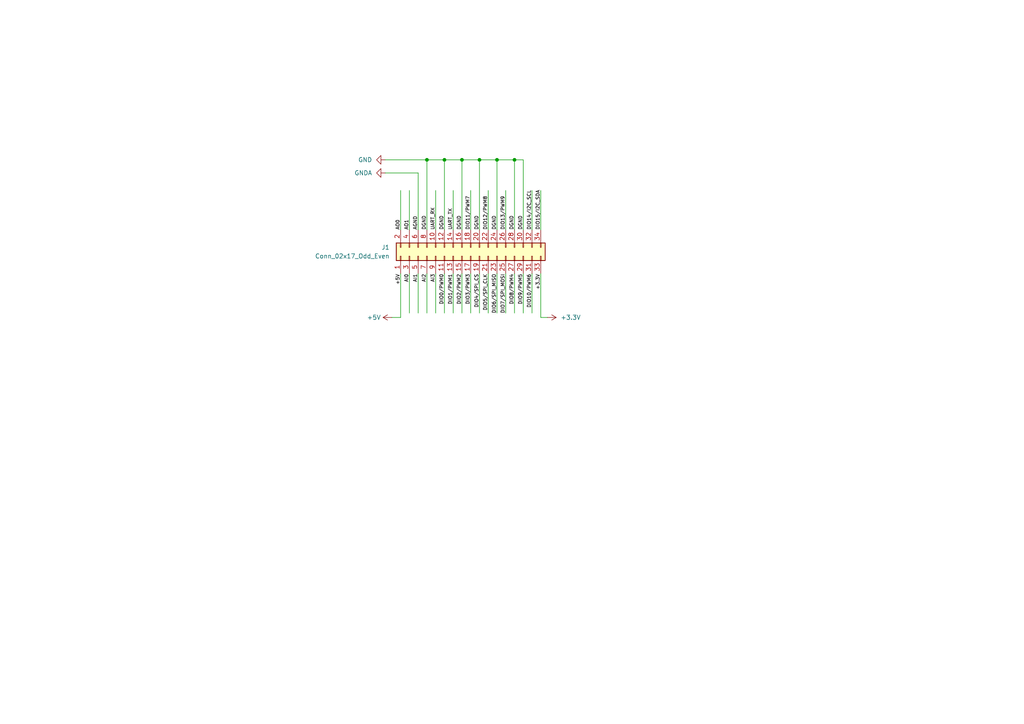
<source format=kicad_sch>
(kicad_sch (version 20211123) (generator eeschema)
  (paper "A4")
  (lib_symbols
    (symbol "Connector_Generic:Conn_02x17_Odd_Even" (pin_names (offset 1.016) hide)
      (property "Reference" "J" (at 1.27 22.86 0))
      (property "Value" "Conn_02x17_Odd_Even" (at 1.27 -22.86 0))
      (symbol "Conn_02x17_Odd_Even_1_1"
        (rectangle (start -1.27 -20.193) (end 0 -20.447) (stroke (width 0.1524)))
        (rectangle (start -1.27 -17.653) (end 0 -17.907) (stroke (width 0.1524)))
        (rectangle (start -1.27 -15.113) (end 0 -15.367) (stroke (width 0.1524)))
        (rectangle (start -1.27 -12.573) (end 0 -12.827) (stroke (width 0.1524)))
        (rectangle (start -1.27 -10.033) (end 0 -10.287) (stroke (width 0.1524)))
        (rectangle (start -1.27 -7.493) (end 0 -7.747) (stroke (width 0.1524)))
        (rectangle (start -1.27 -4.953) (end 0 -5.207) (stroke (width 0.1524)))
        (rectangle (start -1.27 -2.413) (end 0 -2.667) (stroke (width 0.1524)))
        (rectangle (start -1.27 0.127) (end 0 -0.127) (stroke (width 0.1524)))
        (rectangle (start -1.27 2.667) (end 0 2.413) (stroke (width 0.1524)))
        (rectangle (start -1.27 5.207) (end 0 4.953) (stroke (width 0.1524)))
        (rectangle (start -1.27 7.747) (end 0 7.493) (stroke (width 0.1524)))
        (rectangle (start -1.27 10.287) (end 0 10.033) (stroke (width 0.1524)))
        (rectangle (start -1.27 12.827) (end 0 12.573) (stroke (width 0.1524)))
        (rectangle (start -1.27 15.367) (end 0 15.113) (stroke (width 0.1524)))
        (rectangle (start -1.27 17.907) (end 0 17.653) (stroke (width 0.1524)))
        (rectangle (start -1.27 20.447) (end 0 20.193) (stroke (width 0.1524)))
        (rectangle (start -1.27 21.59) (end 3.81 -21.59) (stroke (width 0.254)) (fill (type background)))
        (rectangle (start 3.81 -20.193) (end 2.54 -20.447) (stroke (width 0.1524)))
        (rectangle (start 3.81 -17.653) (end 2.54 -17.907) (stroke (width 0.1524)))
        (rectangle (start 3.81 -15.113) (end 2.54 -15.367) (stroke (width 0.1524)))
        (rectangle (start 3.81 -12.573) (end 2.54 -12.827) (stroke (width 0.1524)))
        (rectangle (start 3.81 -10.033) (end 2.54 -10.287) (stroke (width 0.1524)))
        (rectangle (start 3.81 -7.493) (end 2.54 -7.747) (stroke (width 0.1524)))
        (rectangle (start 3.81 -4.953) (end 2.54 -5.207) (stroke (width 0.1524)))
        (rectangle (start 3.81 -2.413) (end 2.54 -2.667) (stroke (width 0.1524)))
        (rectangle (start 3.81 0.127) (end 2.54 -0.127) (stroke (width 0.1524)))
        (rectangle (start 3.81 2.667) (end 2.54 2.413) (stroke (width 0.1524)))
        (rectangle (start 3.81 5.207) (end 2.54 4.953) (stroke (width 0.1524)))
        (rectangle (start 3.81 7.747) (end 2.54 7.493) (stroke (width 0.1524)))
        (rectangle (start 3.81 10.287) (end 2.54 10.033) (stroke (width 0.1524)))
        (rectangle (start 3.81 12.827) (end 2.54 12.573) (stroke (width 0.1524)))
        (rectangle (start 3.81 15.367) (end 2.54 15.113) (stroke (width 0.1524)))
        (rectangle (start 3.81 17.907) (end 2.54 17.653) (stroke (width 0.1524)))
        (rectangle (start 3.81 20.447) (end 2.54 20.193) (stroke (width 0.1524)))
        (pin passive line (at -5.08 20.32 0) (length 3.81) (name "Pin_1") (number "1"))
        (pin passive line (at 7.62 10.16 180) (length 3.81) (name "Pin_10") (number "10"))
        (pin passive line (at -5.08 7.62 0) (length 3.81) (name "Pin_11") (number "11"))
        (pin passive line (at 7.62 7.62 180) (length 3.81) (name "Pin_12") (number "12"))
        (pin passive line (at -5.08 5.08 0) (length 3.81) (name "Pin_13") (number "13"))
        (pin passive line (at 7.62 5.08 180) (length 3.81) (name "Pin_14") (number "14"))
        (pin passive line (at -5.08 2.54 0) (length 3.81) (name "Pin_15") (number "15"))
        (pin passive line (at 7.62 2.54 180) (length 3.81) (name "Pin_16") (number "16"))
        (pin passive line (at -5.08 0 0) (length 3.81) (name "Pin_17") (number "17"))
        (pin passive line (at 7.62 0 180) (length 3.81) (name "Pin_18") (number "18"))
        (pin passive line (at -5.08 -2.54 0) (length 3.81) (name "Pin_19") (number "19"))
        (pin passive line (at 7.62 20.32 180) (length 3.81) (name "Pin_2") (number "2"))
        (pin passive line (at 7.62 -2.54 180) (length 3.81) (name "Pin_20") (number "20"))
        (pin passive line (at -5.08 -5.08 0) (length 3.81) (name "Pin_21") (number "21"))
        (pin passive line (at 7.62 -5.08 180) (length 3.81) (name "Pin_22") (number "22"))
        (pin passive line (at -5.08 -7.62 0) (length 3.81) (name "Pin_23") (number "23"))
        (pin passive line (at 7.62 -7.62 180) (length 3.81) (name "Pin_24") (number "24"))
        (pin passive line (at -5.08 -10.16 0) (length 3.81) (name "Pin_25") (number "25"))
        (pin passive line (at 7.62 -10.16 180) (length 3.81) (name "Pin_26") (number "26"))
        (pin passive line (at -5.08 -12.7 0) (length 3.81) (name "Pin_27") (number "27"))
        (pin passive line (at 7.62 -12.7 180) (length 3.81) (name "Pin_28") (number "28"))
        (pin passive line (at -5.08 -15.24 0) (length 3.81) (name "Pin_29") (number "29"))
        (pin passive line (at -5.08 17.78 0) (length 3.81) (name "Pin_3") (number "3"))
        (pin passive line (at 7.62 -15.24 180) (length 3.81) (name "Pin_30") (number "30"))
        (pin passive line (at -5.08 -17.78 0) (length 3.81) (name "Pin_31") (number "31"))
        (pin passive line (at 7.62 -17.78 180) (length 3.81) (name "Pin_32") (number "32"))
        (pin passive line (at -5.08 -20.32 0) (length 3.81) (name "Pin_33") (number "33"))
        (pin passive line (at 7.62 -20.32 180) (length 3.81) (name "Pin_34") (number "34"))
        (pin passive line (at 7.62 17.78 180) (length 3.81) (name "Pin_4") (number "4"))
        (pin passive line (at -5.08 15.24 0) (length 3.81) (name "Pin_5") (number "5"))
        (pin passive line (at 7.62 15.24 180) (length 3.81) (name "Pin_6") (number "6"))
        (pin passive line (at -5.08 12.7 0) (length 3.81) (name "Pin_7") (number "7"))
        (pin passive line (at 7.62 12.7 180) (length 3.81) (name "Pin_8") (number "8"))
        (pin passive line (at -5.08 10.16 0) (length 3.81) (name "Pin_9") (number "9"))
      )
    )
    (symbol "power:+3.3V" (power) (pin_names (offset 0))
      (property "Value" "+3.3V" (at 0 3.556 0))
      (symbol "+3.3V_0_1"
        (polyline (pts (xy -0.762 1.27) (xy 0 2.54)))
        (polyline (pts (xy 0 0) (xy 0 2.54)))
        (polyline (pts (xy 0 2.54) (xy 0.762 1.27)))
      )
      (symbol "+3.3V_1_1"
        (pin power_in line (at 0 0 90) (length 0) hide (name "+3.3V") (number "1"))
      )
    )
    (symbol "power:+5V" (power) (pin_names (offset 0))
      (property "Value" "+5V" (at 0 3.556 0))
      (symbol "+5V_0_1"
        (polyline (pts (xy -0.762 1.27) (xy 0 2.54)))
        (polyline (pts (xy 0 0) (xy 0 2.54)))
        (polyline (pts (xy 0 2.54) (xy 0.762 1.27)))
      )
      (symbol "+5V_1_1"
        (pin power_in line (at 0 0 90) (length 0) hide (name "+5V") (number "1"))
      )
    )
    (symbol "power:GND" (power) (pin_names (offset 0))
      (property "Value" "GND" (at 0 -3.81 0))
      (symbol "GND_0_1"
        (polyline (pts (xy 0 0) (xy 0 -1.27) (xy 1.27 -1.27) (xy 0 -2.54) (xy -1.27 -1.27) (xy 0 -1.27)))
      )
      (symbol "GND_1_1"
        (pin power_in line (at 0 0 270) (length 0) hide (name "GND") (number "1"))
      )
    )
    (symbol "power:GNDA" (power) (pin_names (offset 0))
      (property "Value" "GNDA" (at 0 -3.81 0))
      (symbol "GNDA_0_1"
        (polyline (pts (xy 0 0) (xy 0 -1.27) (xy 1.27 -1.27) (xy 0 -2.54) (xy -1.27 -1.27) (xy 0 -1.27)))
      )
      (symbol "GNDA_1_1"
        (pin power_in line (at 0 0 270) (length 0) hide (name "GNDA") (number "1"))
      )
    )
  )
  (junction (at 149.225 46.355))
  (junction (at 133.985 46.355))
  (junction (at 123.825 46.355))
  (junction (at 139.065 46.355))
  (junction (at 144.145 46.355))
  (junction (at 128.905 46.355))
  (wire (pts (xy 149.225 46.355) (xy 151.765 46.355)))
  (wire (pts (xy 149.225 90.805) (xy 149.225 79.375)))
  (wire (pts (xy 156.845 92.075) (xy 158.75 92.075)))
  (wire (pts (xy 149.225 46.355) (xy 149.225 66.675)))
  (wire (pts (xy 139.065 46.355) (xy 139.065 66.675)))
  (wire (pts (xy 144.145 46.355) (xy 144.145 66.675)))
  (wire (pts (xy 118.745 55.245) (xy 118.745 66.675)))
  (wire (pts (xy 118.745 90.805) (xy 118.745 79.375)))
  (wire (pts (xy 123.825 90.805) (xy 123.825 79.375)))
  (wire (pts (xy 156.845 79.375) (xy 156.845 92.075)))
  (wire (pts (xy 131.445 90.805) (xy 131.445 79.375)))
  (wire (pts (xy 128.905 46.355) (xy 128.905 66.675)))
  (wire (pts (xy 151.765 90.805) (xy 151.765 79.375)))
  (wire (pts (xy 141.605 90.805) (xy 141.605 79.375)))
  (wire (pts (xy 128.905 90.805) (xy 128.905 79.375)))
  (wire (pts (xy 144.145 46.355) (xy 149.225 46.355)))
  (wire (pts (xy 136.525 55.245) (xy 136.525 66.675)))
  (wire (pts (xy 146.685 55.245) (xy 146.685 66.675)))
  (wire (pts (xy 121.285 50.165) (xy 121.285 66.675)))
  (wire (pts (xy 151.765 46.355) (xy 151.765 66.675)))
  (wire (pts (xy 133.985 46.355) (xy 133.985 66.675)))
  (wire (pts (xy 146.685 90.805) (xy 146.685 79.375)))
  (wire (pts (xy 141.605 55.245) (xy 141.605 66.675)))
  (wire (pts (xy 139.065 46.355) (xy 144.145 46.355)))
  (wire (pts (xy 139.065 90.805) (xy 139.065 79.375)))
  (wire (pts (xy 133.985 46.355) (xy 139.065 46.355)))
  (wire (pts (xy 126.365 90.805) (xy 126.365 79.375)))
  (wire (pts (xy 154.305 55.245) (xy 154.305 66.675)))
  (wire (pts (xy 113.665 92.075) (xy 116.205 92.075)))
  (wire (pts (xy 144.145 90.805) (xy 144.145 79.375)))
  (wire (pts (xy 131.445 55.245) (xy 131.445 66.675)))
  (wire (pts (xy 123.825 46.355) (xy 123.825 66.675)))
  (wire (pts (xy 121.285 90.805) (xy 121.285 79.375)))
  (wire (pts (xy 156.845 55.245) (xy 156.845 66.675)))
  (wire (pts (xy 136.525 90.805) (xy 136.525 79.375)))
  (wire (pts (xy 123.825 46.355) (xy 128.905 46.355)))
  (wire (pts (xy 154.305 90.805) (xy 154.305 79.375)))
  (wire (pts (xy 133.985 90.805) (xy 133.985 79.375)))
  (wire (pts (xy 128.905 46.355) (xy 133.985 46.355)))
  (wire (pts (xy 116.205 55.245) (xy 116.205 66.675)))
  (wire (pts (xy 111.76 50.165) (xy 121.285 50.165)))
  (wire (pts (xy 111.76 46.355) (xy 123.825 46.355)))
  (wire (pts (xy 126.365 55.245) (xy 126.365 66.675)))
  (wire (pts (xy 116.205 79.375) (xy 116.205 92.075)))
  (label "AO0" (at 116.205 66.675 90) (effects (font (size 1 1))))
  (label "AO1" (at 118.745 66.675 90) (effects (font (size 1 1))))
  (label "+5V" (at 116.205 79.375 270) (effects (font (size 1 1))))
  (label "DIO7{slash}SPI_MOSI" (at 146.685 79.375 270) (effects (font (size 1 1))))
  (label "DGND" (at 128.905 66.675 90) (effects (font (size 1 1))))
  (label "DIO12{slash}PWM8" (at 141.605 66.675 90) (effects (font (size 1 1))))
  (label "UART_RX" (at 126.365 66.675 90) (effects (font (size 1 1))))
  (label "DIO2{slash}PWM2" (at 133.985 79.375 270) (effects (font (size 1 1))))
  (label "AI3" (at 126.365 79.375 270) (effects (font (size 1 1))))
  (label "AI1" (at 121.285 79.375 270) (effects (font (size 1 1))))
  (label "DIO9{slash}PWM5" (at 151.765 79.375 270) (effects (font (size 1 1))))
  (label "DIO11{slash}PWM7" (at 136.525 66.675 90) (effects (font (size 1 1))))
  (label "DIO14{slash}I2C_SCL" (at 154.305 66.675 90) (effects (font (size 1 1))))
  (label "DIO13{slash}PWM9" (at 146.685 66.675 90) (effects (font (size 1 1))))
  (label "AGND" (at 121.285 66.675 90) (effects (font (size 1 1))))
  (label "DIO10{slash}PWM6" (at 154.305 79.375 270) (effects (font (size 1 1))))
  (label "+3.3V" (at 156.845 79.375 270) (effects (font (size 1 1))))
  (label "UART_TX" (at 131.445 66.675 90) (effects (font (size 1 1))))
  (label "DIO4{slash}SPI_CS" (at 139.065 79.375 270) (effects (font (size 1 1))))
  (label "DGND" (at 149.225 66.675 90) (effects (font (size 1 1))))
  (label "DIO0{slash}PWM0" (at 128.905 79.375 270) (effects (font (size 1 1))))
  (label "DGND" (at 151.765 66.675 90) (effects (font (size 1 1))))
  (label "DIO3{slash}PWM3" (at 136.525 79.375 270) (effects (font (size 1 1))))
  (label "DGND" (at 123.825 66.675 90) (effects (font (size 1 1))))
  (label "DIO6{slash}SPI_MISO" (at 144.145 79.375 270) (effects (font (size 1 1))))
  (label "DIO5{slash}SPI_CLK" (at 141.605 79.375 270) (effects (font (size 1 1))))
  (label "AI0" (at 118.745 79.375 270) (effects (font (size 1 1))))
  (label "DIO1{slash}PWM1" (at 131.445 79.375 270) (effects (font (size 1 1))))
  (label "DGND" (at 144.145 66.675 90) (effects (font (size 1 1))))
  (label "AI2" (at 123.825 79.375 270) (effects (font (size 1 1))))
  (label "DIO8{slash}PWM4" (at 149.225 79.375 270) (effects (font (size 1 1))))
  (label "DGND" (at 139.065 66.675 90) (effects (font (size 1 1))))
  (label "DIO15{slash}I2C_SDA" (at 156.845 66.675 90) (effects (font (size 1 1))))
  (label "DGND" (at 133.985 66.675 90) (effects (font (size 1 1))))
  (symbol (lib_id "power:+5V") (at 113.665 92.075 90) (unit 1)
    (property "Reference" "#PWR0102" (effects hide))
    (property "Value" "+5V" (at 110.49 92.0749 90) (effects (justify left)))
  )
  (symbol (lib_id "power:GND") (at 111.76 46.355 270) (unit 1)
    (property "Reference" "#PWR0103" (effects hide))
    (property "Value" "GND" (at 107.95 46.3549 90) (effects (justify right)))
  )
  (symbol (lib_id "Connector_Generic:Conn_02x17_Odd_Even") (at 136.525 74.295 90) (unit 1)
    (property "Reference" "J1" (at 113.03 71.7549 90) (effects (justify left)))
    (property "Value" "Conn_02x17_Odd_Even" (at 113.03 74.2949 90) (effects (justify left)))
    (property "Footprint" "Connector_PinSocket_2.54mm:PinSocket_2x17_P2.54mm_Vertical" (effects hide))
  )
  (symbol (lib_id "power:+3.3V") (at 158.75 92.075 270) (unit 1)
    (property "Reference" "#PWR0101" (effects hide))
    (property "Value" "+3.3V" (at 162.56 92.0749 90) (effects (justify left)))
  )
  (symbol (lib_id "power:GNDA") (at 111.76 50.165 270) (unit 1)
    (property "Reference" "#PWR0104" (effects hide))
    (property "Value" "GNDA" (at 107.95 50.1649 90) (effects (justify right)))
  )
)
</source>
